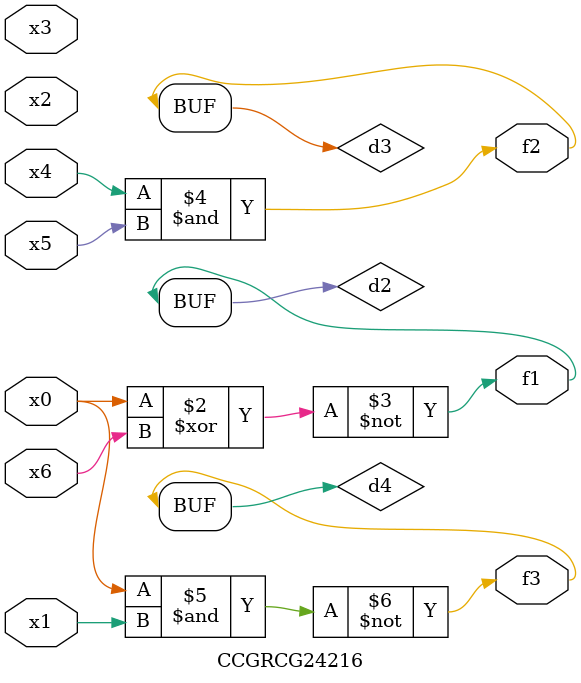
<source format=v>
module CCGRCG24216(
	input x0, x1, x2, x3, x4, x5, x6,
	output f1, f2, f3
);

	wire d1, d2, d3, d4;

	nor (d1, x0);
	xnor (d2, x0, x6);
	and (d3, x4, x5);
	nand (d4, x0, x1);
	assign f1 = d2;
	assign f2 = d3;
	assign f3 = d4;
endmodule

</source>
